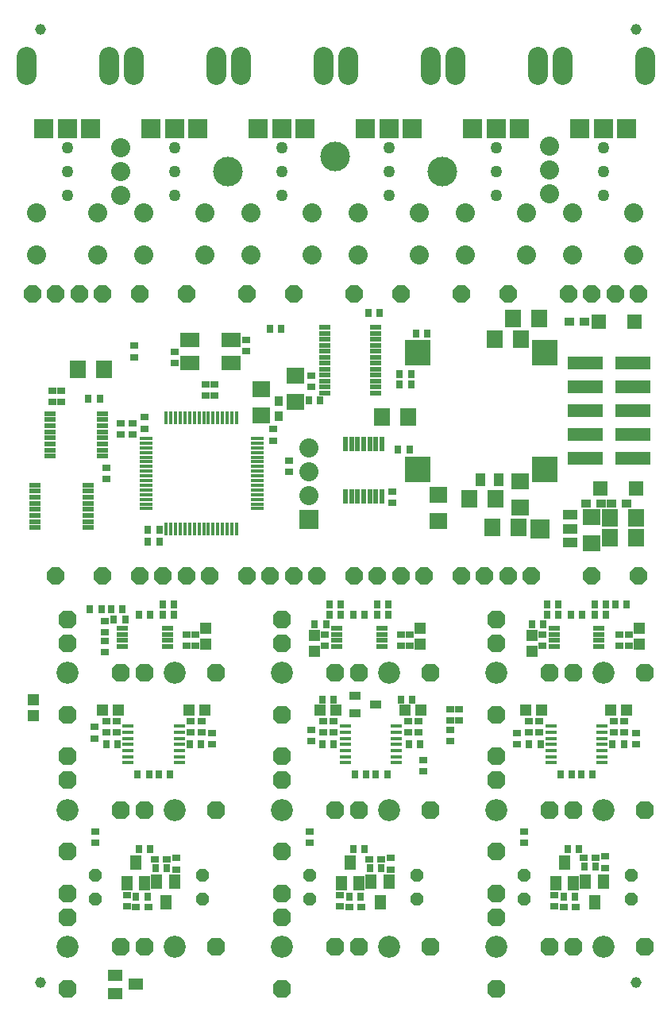
<source format=gbr>
G04 EAGLE Gerber RS-274X export*
G75*
%MOMM*%
%FSLAX34Y34*%
%LPD*%
%AMOC8*
5,1,8,0,0,1.08239X$1,22.5*%
G01*
%ADD10C,1.152400*%
%ADD11P,2.089446X8X112.500000*%
%ADD12C,2.352400*%
%ADD13P,2.089446X8X22.500000*%
%ADD14R,2.032000X2.032000*%
%ADD15C,2.152400*%
%ADD16P,1.484606X8X292.500000*%
%ADD17C,2.032000*%
%ADD18P,1.950900X8X292.500000*%
%ADD19P,1.950900X8X112.500000*%
%ADD20R,0.902400X0.802400*%
%ADD21R,1.172400X0.562400*%
%ADD22R,1.143000X0.457200*%
%ADD23R,1.152400X0.502400*%
%ADD24R,1.152400X0.482400*%
%ADD25R,0.452400X1.352400*%
%ADD26R,1.352400X0.452400*%
%ADD27R,1.152400X1.552400*%
%ADD28R,0.802400X0.902400*%
%ADD29R,0.852400X0.652400*%
%ADD30R,1.152400X1.252400*%
%ADD31R,1.152400X0.852400*%
%ADD32R,1.552400X1.552400*%
%ADD33R,3.708400X1.422400*%
%ADD34R,1.002400X0.852400*%
%ADD35R,1.952400X1.752400*%
%ADD36R,1.752400X1.952400*%
%ADD37R,1.052400X1.402400*%
%ADD38C,3.152400*%
%ADD39R,2.152400X2.152400*%
%ADD40R,1.575000X1.050000*%
%ADD41R,2.692400X2.692400*%
%ADD42C,1.258800*%
%ADD43R,0.852400X1.002400*%
%ADD44R,1.552400X1.152400*%
%ADD45R,2.052400X1.552400*%
%ADD46R,0.508000X1.574800*%


D10*
X666750Y1041400D03*
X31750Y1041400D03*
X666750Y25400D03*
X31750Y25400D03*
D11*
X600075Y209550D03*
X676275Y209550D03*
X574675Y209550D03*
D12*
X631825Y209550D03*
D11*
X142875Y63500D03*
X219075Y63500D03*
X117475Y63500D03*
D12*
X174625Y63500D03*
D11*
X600075Y63500D03*
X676275Y63500D03*
X574675Y63500D03*
D12*
X631825Y63500D03*
D13*
X517525Y95250D03*
X517525Y19050D03*
X517525Y120650D03*
D12*
X517525Y63500D03*
D11*
X142875Y355600D03*
X219075Y355600D03*
X117475Y355600D03*
D12*
X174625Y355600D03*
D13*
X288925Y95250D03*
X288925Y19050D03*
X288925Y120650D03*
D12*
X288925Y63500D03*
D11*
X371475Y63500D03*
X447675Y63500D03*
X346075Y63500D03*
D12*
X403225Y63500D03*
D13*
X60325Y95250D03*
X60325Y19050D03*
X60325Y120650D03*
D12*
X60325Y63500D03*
D13*
X517525Y241300D03*
X517525Y165100D03*
X517525Y266700D03*
D12*
X517525Y209550D03*
D11*
X371475Y209550D03*
X447675Y209550D03*
X346075Y209550D03*
D12*
X403225Y209550D03*
D13*
X288925Y241300D03*
X288925Y165100D03*
X288925Y266700D03*
D12*
X288925Y209550D03*
D11*
X142875Y209550D03*
X219075Y209550D03*
X117475Y209550D03*
D12*
X174625Y209550D03*
D11*
X600075Y355600D03*
X676275Y355600D03*
X574675Y355600D03*
D12*
X631825Y355600D03*
D13*
X60325Y241300D03*
X60325Y165100D03*
X60325Y266700D03*
D12*
X60325Y209550D03*
D13*
X517525Y387350D03*
X517525Y311150D03*
X517525Y412750D03*
D12*
X517525Y355600D03*
D11*
X371475Y355600D03*
X447675Y355600D03*
X346075Y355600D03*
D12*
X403225Y355600D03*
D13*
X288925Y387350D03*
X288925Y311150D03*
X288925Y412750D03*
D12*
X288925Y355600D03*
D13*
X60325Y387350D03*
X60325Y311150D03*
X60325Y412750D03*
D12*
X60325Y355600D03*
D14*
X606825Y936300D03*
X631825Y936300D03*
X656825Y936300D03*
D15*
X587825Y993300D02*
X587825Y1013300D01*
X675825Y1013300D02*
X675825Y993300D01*
D14*
X492525Y936300D03*
X517525Y936300D03*
X542525Y936300D03*
D15*
X473525Y993300D02*
X473525Y1013300D01*
X561525Y1013300D02*
X561525Y993300D01*
D14*
X378225Y936300D03*
X403225Y936300D03*
X428225Y936300D03*
D15*
X359225Y993300D02*
X359225Y1013300D01*
X447225Y1013300D02*
X447225Y993300D01*
D14*
X263925Y936300D03*
X288925Y936300D03*
X313925Y936300D03*
D15*
X244925Y993300D02*
X244925Y1013300D01*
X332925Y1013300D02*
X332925Y993300D01*
D14*
X149625Y936300D03*
X174625Y936300D03*
X199625Y936300D03*
D15*
X130625Y993300D02*
X130625Y1013300D01*
X218625Y1013300D02*
X218625Y993300D01*
D14*
X35325Y936300D03*
X60325Y936300D03*
X85325Y936300D03*
D15*
X16325Y993300D02*
X16325Y1013300D01*
X104325Y1013300D02*
X104325Y993300D01*
D16*
X661989Y139700D03*
X661989Y114300D03*
X547688Y139701D03*
X547688Y114301D03*
X433388Y139700D03*
X433388Y114300D03*
X319088Y139700D03*
X319088Y114300D03*
X204788Y139701D03*
X204788Y114301D03*
X90488Y139700D03*
X90488Y114300D03*
D17*
X142113Y801306D03*
X207137Y801306D03*
X142113Y846518D03*
X207137Y846518D03*
X27813Y801306D03*
X92837Y801306D03*
X27813Y846518D03*
X92837Y846518D03*
X599313Y801306D03*
X664337Y801306D03*
X599313Y846518D03*
X664337Y846518D03*
X485013Y801306D03*
X550037Y801306D03*
X485013Y846518D03*
X550037Y846518D03*
X370713Y801306D03*
X435737Y801306D03*
X370713Y846518D03*
X435737Y846518D03*
X256413Y801306D03*
X321437Y801306D03*
X256413Y846518D03*
X321437Y846518D03*
D18*
X619325Y459600D03*
X669325Y459600D03*
X594325Y759600D03*
X619325Y759600D03*
X644325Y759600D03*
X669325Y759600D03*
D19*
X530025Y759600D03*
X480025Y759600D03*
X555025Y459600D03*
X530025Y459600D03*
X505025Y459600D03*
X480025Y459600D03*
X415725Y759600D03*
X365725Y759600D03*
X440725Y459600D03*
X415725Y459600D03*
X390725Y459600D03*
X365725Y459600D03*
X301425Y759600D03*
X251425Y759600D03*
X326425Y459600D03*
X301425Y459600D03*
X276425Y459600D03*
X251425Y459600D03*
X187125Y759600D03*
X137125Y759600D03*
X212125Y459600D03*
X187125Y459600D03*
X162125Y459600D03*
X137125Y459600D03*
D18*
X47825Y459600D03*
X97825Y459600D03*
X22825Y759600D03*
X47825Y759600D03*
X72825Y759600D03*
X97825Y759600D03*
D20*
X174626Y698148D03*
X174626Y686148D03*
X250826Y698850D03*
X250826Y710850D03*
D21*
X579250Y403450D03*
X579250Y396950D03*
X579250Y390450D03*
X579250Y383950D03*
X627250Y383950D03*
X627250Y390450D03*
X627250Y396950D03*
X627250Y403450D03*
X118875Y403450D03*
X118875Y396950D03*
X118875Y390450D03*
X118875Y383950D03*
X166875Y383950D03*
X166875Y390450D03*
X166875Y396950D03*
X166875Y403450D03*
X347475Y403450D03*
X347475Y396950D03*
X347475Y390450D03*
X347475Y383950D03*
X395475Y383950D03*
X395475Y390450D03*
X395475Y396950D03*
X395475Y403450D03*
D22*
X125222Y298900D03*
X125222Y292400D03*
X125222Y285900D03*
X125222Y279400D03*
X125222Y272900D03*
X125222Y266400D03*
X125222Y259900D03*
X179578Y298900D03*
X179578Y292400D03*
X179578Y285900D03*
X179578Y279400D03*
X179578Y272900D03*
X179578Y266400D03*
X179578Y259900D03*
X356997Y298900D03*
X356997Y292400D03*
X356997Y285900D03*
X356997Y279400D03*
X356997Y272900D03*
X356997Y266400D03*
X356997Y259900D03*
X411353Y298900D03*
X411353Y292400D03*
X411353Y285900D03*
X411353Y279400D03*
X411353Y272900D03*
X411353Y266400D03*
X411353Y259900D03*
X576072Y298900D03*
X576072Y292400D03*
X576072Y285900D03*
X576072Y279400D03*
X576072Y272900D03*
X576072Y266400D03*
X576072Y259900D03*
X630428Y298900D03*
X630428Y292400D03*
X630428Y285900D03*
X630428Y279400D03*
X630428Y272900D03*
X630428Y266400D03*
X630428Y259900D03*
D23*
X25725Y556075D03*
X25725Y549575D03*
X25725Y543075D03*
X25725Y536575D03*
X25725Y530075D03*
X25725Y523575D03*
X25725Y517075D03*
X82225Y517075D03*
X82225Y523575D03*
X82225Y530075D03*
X82225Y536575D03*
X82225Y543075D03*
X82225Y549575D03*
X82225Y556075D03*
X82225Y510575D03*
X25725Y510575D03*
D24*
X389200Y654050D03*
X389200Y660400D03*
X389200Y666750D03*
X389200Y673100D03*
X389200Y679450D03*
X389200Y685800D03*
X389200Y692150D03*
X389200Y698500D03*
X389200Y704850D03*
X389200Y711200D03*
X389200Y717550D03*
X389200Y723900D03*
X334700Y723900D03*
X334700Y717550D03*
X334700Y711200D03*
X334700Y704850D03*
X334700Y698500D03*
X334700Y692150D03*
X334700Y685800D03*
X334700Y679450D03*
X334700Y673100D03*
X334700Y666750D03*
X334700Y660400D03*
X334700Y654050D03*
D25*
X240700Y627689D03*
X235700Y627689D03*
X230700Y627689D03*
X225700Y627689D03*
X220700Y627689D03*
X215700Y627689D03*
X210700Y627689D03*
X205700Y627689D03*
X200700Y627689D03*
X195700Y627689D03*
X190700Y627689D03*
X185700Y627689D03*
X180700Y627689D03*
X175700Y627689D03*
X170700Y627689D03*
X165700Y627689D03*
D26*
X144090Y605825D03*
X144090Y600825D03*
X144090Y595825D03*
X144090Y590825D03*
X144090Y585825D03*
X144090Y580825D03*
X144090Y575825D03*
X144090Y570825D03*
X144090Y565825D03*
X144090Y560825D03*
X144090Y555825D03*
X144090Y550825D03*
X144090Y545825D03*
X144090Y540825D03*
X144090Y535825D03*
X144090Y530825D03*
D25*
X165700Y509469D03*
X170700Y509469D03*
X175700Y509469D03*
X180700Y509469D03*
X185700Y509469D03*
X190700Y509469D03*
X195700Y509469D03*
X200700Y509469D03*
X205700Y509469D03*
X210700Y509469D03*
X215700Y509469D03*
X220700Y509469D03*
X225700Y509469D03*
X230700Y509469D03*
X235700Y509469D03*
X240700Y509469D03*
D26*
X262564Y530825D03*
X262564Y535825D03*
X262564Y540825D03*
X262564Y545825D03*
X262564Y550825D03*
X262564Y555825D03*
X262564Y560825D03*
X262564Y565825D03*
X262564Y570825D03*
X262564Y575825D03*
X262564Y580825D03*
X262564Y585825D03*
X262564Y590825D03*
X262564Y595825D03*
X262564Y600825D03*
X262564Y605825D03*
D20*
X296862Y582263D03*
X296862Y570263D03*
D27*
X622301Y111238D03*
X612801Y133238D03*
X631801Y133238D03*
D20*
X633413Y159988D03*
X633413Y147988D03*
D27*
X590549Y153875D03*
X600049Y131875D03*
X581049Y131875D03*
D20*
X579438Y106713D03*
X579438Y118713D03*
D28*
X606077Y168274D03*
X594077Y168274D03*
D20*
X547687Y174975D03*
X547687Y186975D03*
D28*
X611539Y149226D03*
X623539Y149226D03*
X601313Y117475D03*
X589313Y117475D03*
D29*
X610539Y158751D03*
X623539Y158751D03*
X602313Y106363D03*
X589313Y106363D03*
D27*
X393702Y111238D03*
X384202Y133238D03*
X403202Y133238D03*
D20*
X404812Y158399D03*
X404812Y146399D03*
D27*
X361952Y153874D03*
X371452Y131874D03*
X352452Y131874D03*
D20*
X350839Y106713D03*
X350839Y118713D03*
D28*
X377476Y168276D03*
X365476Y168276D03*
D20*
X319087Y174975D03*
X319087Y186975D03*
D28*
X382939Y147637D03*
X394939Y147637D03*
X372714Y117475D03*
X360714Y117475D03*
D29*
X381940Y157163D03*
X394940Y157163D03*
X373714Y106362D03*
X360714Y106362D03*
D27*
X165101Y111238D03*
X155601Y133238D03*
X174601Y133238D03*
D20*
X176213Y158399D03*
X176213Y146399D03*
D27*
X133350Y153875D03*
X142850Y131875D03*
X123850Y131875D03*
D20*
X123826Y106715D03*
X123826Y118715D03*
D28*
X148876Y168274D03*
X136876Y168274D03*
D20*
X90488Y174977D03*
X90488Y186977D03*
D28*
X154338Y147639D03*
X166338Y147639D03*
X145701Y117474D03*
X133701Y117474D03*
D29*
X153341Y157163D03*
X166341Y157163D03*
X146702Y106363D03*
X133702Y106363D03*
D20*
X658812Y396525D03*
X658812Y384525D03*
D28*
X622650Y428625D03*
X634650Y428625D03*
D20*
X649288Y396525D03*
X649288Y384525D03*
D28*
X634650Y417512D03*
X622650Y417512D03*
D20*
X566738Y396525D03*
X566738Y384525D03*
D28*
X583850Y428626D03*
X571850Y428626D03*
X567975Y407988D03*
X555975Y407988D03*
X571850Y417513D03*
X583850Y417513D03*
D20*
X425451Y396525D03*
X425451Y384525D03*
D28*
X390875Y428626D03*
X402875Y428626D03*
D20*
X415925Y396525D03*
X415925Y384525D03*
D28*
X402875Y417513D03*
X390875Y417513D03*
D20*
X334963Y396525D03*
X334963Y384525D03*
D28*
X352075Y428625D03*
X340075Y428625D03*
X336199Y407987D03*
X324199Y407987D03*
X340075Y417513D03*
X352075Y417513D03*
D20*
X196849Y396524D03*
X196849Y384524D03*
D28*
X162275Y417512D03*
X174275Y417512D03*
D20*
X187325Y396527D03*
X187325Y384527D03*
D28*
X174275Y428624D03*
X162275Y428624D03*
D20*
X100012Y390175D03*
X100012Y378175D03*
D28*
X121888Y412749D03*
X109888Y412749D03*
D20*
X100014Y410813D03*
X100014Y398813D03*
D28*
X106713Y423862D03*
X118713Y423862D03*
X656875Y428625D03*
X644875Y428625D03*
X84488Y423862D03*
X96488Y423862D03*
D23*
X41600Y632275D03*
X41600Y625775D03*
X41600Y619275D03*
X41600Y612775D03*
X41600Y606275D03*
X41600Y599775D03*
X41600Y593275D03*
X98100Y593275D03*
X98100Y599775D03*
X98100Y606275D03*
X98100Y612775D03*
X98100Y619275D03*
X98100Y625775D03*
X98100Y632275D03*
X98100Y586775D03*
X41600Y586775D03*
D20*
X320675Y660751D03*
X320675Y672751D03*
D30*
X329638Y315913D03*
X346638Y315913D03*
X548712Y315913D03*
X565712Y315913D03*
X437125Y315912D03*
X420125Y315912D03*
X656201Y315912D03*
X639201Y315912D03*
D20*
X654051Y304450D03*
X654051Y292450D03*
X434975Y304450D03*
X434975Y292450D03*
X552450Y304450D03*
X552450Y292450D03*
X333375Y304450D03*
X333375Y292450D03*
X666751Y291750D03*
X666751Y279750D03*
X439738Y263175D03*
X439738Y251175D03*
X539750Y291750D03*
X539750Y279750D03*
X320674Y294925D03*
X320674Y282925D03*
X642938Y292450D03*
X642938Y304450D03*
X423863Y292450D03*
X423863Y304450D03*
X563562Y292450D03*
X563562Y304450D03*
X344487Y292450D03*
X344487Y304450D03*
X468312Y305150D03*
X468312Y317150D03*
X468314Y282926D03*
X468314Y294926D03*
X477838Y305150D03*
X477838Y317150D03*
D28*
X620363Y247650D03*
X608363Y247650D03*
X401288Y247650D03*
X389288Y247650D03*
X586139Y247650D03*
X598139Y247650D03*
X367061Y247650D03*
X379061Y247650D03*
D30*
X97862Y315913D03*
X114862Y315913D03*
X206937Y315914D03*
X189937Y315914D03*
D20*
X203200Y304450D03*
X203200Y292450D03*
X101599Y304450D03*
X101599Y292450D03*
X214313Y291750D03*
X214313Y279750D03*
X88899Y298100D03*
X88899Y286100D03*
X192087Y292450D03*
X192087Y304450D03*
X112712Y292450D03*
X112712Y304450D03*
D28*
X169513Y247650D03*
X157513Y247650D03*
X135288Y247650D03*
X147288Y247650D03*
D31*
X388826Y322261D03*
X366826Y312761D03*
X366826Y331761D03*
D28*
X332137Y327026D03*
X344137Y327026D03*
X416275Y327025D03*
X428275Y327025D03*
D32*
X628700Y552450D03*
X666700Y552450D03*
X665112Y730250D03*
X627112Y730250D03*
D33*
X663575Y584200D03*
X612775Y584200D03*
X663575Y609600D03*
X612775Y609600D03*
X663575Y635000D03*
X612775Y635000D03*
X663575Y660400D03*
X612775Y660400D03*
X663575Y685800D03*
X612775Y685800D03*
D34*
X656700Y536573D03*
X640700Y536573D03*
X595838Y730250D03*
X611838Y730250D03*
D28*
X425100Y593725D03*
X413100Y593725D03*
D35*
X542925Y560100D03*
X542925Y532100D03*
D36*
X489238Y541337D03*
X517238Y541337D03*
D37*
X520175Y561975D03*
X501175Y561975D03*
D38*
X460375Y890588D03*
X231775Y890587D03*
D28*
X148875Y417512D03*
X136875Y417512D03*
X377475Y417513D03*
X365475Y417513D03*
X609250Y417512D03*
X597250Y417512D03*
X113949Y279400D03*
X101949Y279400D03*
X344137Y279400D03*
X332137Y279400D03*
X564799Y279400D03*
X552799Y279400D03*
X202850Y279400D03*
X190850Y279400D03*
X436213Y279400D03*
X424213Y279400D03*
X653700Y279400D03*
X641700Y279400D03*
X94900Y647700D03*
X82900Y647700D03*
D20*
X101600Y562325D03*
X101600Y574325D03*
X279400Y615600D03*
X279400Y603600D03*
D28*
X329850Y646114D03*
X317850Y646114D03*
D20*
X406400Y548925D03*
X406400Y536925D03*
D39*
X564324Y509589D03*
D40*
X596139Y494589D03*
X596139Y524589D03*
X596139Y509589D03*
D20*
X130175Y609950D03*
X130175Y621950D03*
X142875Y616300D03*
X142875Y628300D03*
D28*
X158400Y508000D03*
X146400Y508000D03*
D41*
X569150Y697500D03*
X569150Y572500D03*
X434150Y572500D03*
X434150Y697500D03*
D28*
X158400Y495300D03*
X146400Y495300D03*
D20*
X117475Y609950D03*
X117475Y621950D03*
D35*
X266699Y630525D03*
X266699Y658525D03*
D36*
X99724Y679450D03*
X71724Y679450D03*
X513050Y511175D03*
X541050Y511175D03*
D35*
X303212Y644813D03*
X303212Y672813D03*
D36*
X638463Y520700D03*
X666463Y520700D03*
X638462Y500062D03*
X666462Y500062D03*
X535275Y733425D03*
X563275Y733425D03*
X516225Y711200D03*
X544225Y711200D03*
D35*
X619124Y522002D03*
X619124Y494002D03*
D42*
X403225Y890588D03*
X403225Y865188D03*
X403225Y915988D03*
X517525Y890588D03*
X517525Y865188D03*
X517525Y915988D03*
X631825Y890586D03*
X631825Y865186D03*
X631825Y915986D03*
X288925Y890588D03*
X288925Y865188D03*
X288925Y915988D03*
X174625Y890588D03*
X174625Y865188D03*
X174625Y915988D03*
X60325Y890589D03*
X60325Y865189D03*
X60325Y915989D03*
D20*
X131761Y704499D03*
X131761Y692499D03*
D28*
X276576Y722312D03*
X288576Y722312D03*
X444151Y717549D03*
X432151Y717549D03*
X393350Y739776D03*
X381350Y739776D03*
D17*
X117475Y915987D03*
X117475Y890587D03*
X117475Y865187D03*
D20*
X53975Y644875D03*
X53975Y656875D03*
X44450Y644875D03*
X44450Y656875D03*
D17*
X574675Y917575D03*
X574675Y892175D03*
X574675Y866775D03*
D28*
X414689Y663574D03*
X426689Y663574D03*
X414688Y674688D03*
X426688Y674688D03*
D30*
X669926Y386787D03*
X669926Y403787D03*
X555625Y378851D03*
X555625Y395851D03*
X436563Y386788D03*
X436563Y403788D03*
X323852Y378850D03*
X323852Y395850D03*
X207963Y386788D03*
X207963Y403788D03*
X23813Y310587D03*
X23813Y327587D03*
D20*
X217488Y651225D03*
X217488Y663225D03*
X207963Y651226D03*
X207963Y663226D03*
D43*
X285751Y645587D03*
X285751Y629587D03*
D36*
X423576Y628650D03*
X395576Y628650D03*
D34*
X613299Y536575D03*
X629299Y536575D03*
D44*
X133237Y23815D03*
X111237Y14315D03*
X111237Y33315D03*
D38*
X346075Y906462D03*
D14*
X318294Y519113D03*
D17*
X318294Y544513D03*
X318294Y569913D03*
X318294Y595313D03*
D45*
X234725Y710501D03*
X190725Y710501D03*
X190725Y686501D03*
X234725Y686501D03*
D46*
X356737Y543500D03*
X363237Y543500D03*
X369737Y543500D03*
X376237Y543500D03*
X382737Y543500D03*
X389237Y543500D03*
X395737Y543500D03*
X395737Y599500D03*
X389237Y599500D03*
X382737Y599500D03*
X376237Y599500D03*
X369737Y599500D03*
X363237Y599500D03*
X356737Y599500D03*
D35*
X455613Y545812D03*
X455613Y517812D03*
M02*

</source>
